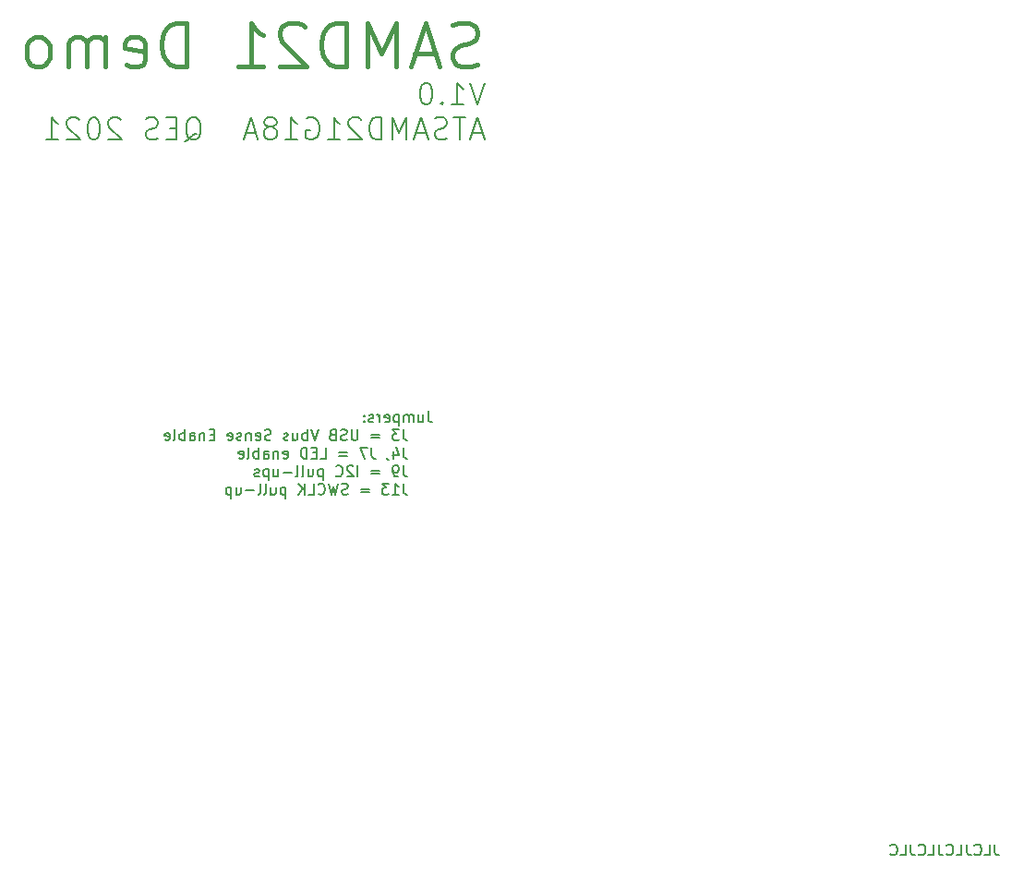
<source format=gbo>
G04 #@! TF.GenerationSoftware,KiCad,Pcbnew,(5.1.10)-1*
G04 #@! TF.CreationDate,2022-01-02T12:56:15-07:00*
G04 #@! TF.ProjectId,SAMD21,53414d44-3231-42e6-9b69-6361645f7063,rev?*
G04 #@! TF.SameCoordinates,Original*
G04 #@! TF.FileFunction,Legend,Bot*
G04 #@! TF.FilePolarity,Positive*
%FSLAX46Y46*%
G04 Gerber Fmt 4.6, Leading zero omitted, Abs format (unit mm)*
G04 Created by KiCad (PCBNEW (5.1.10)-1) date 2022-01-02 12:56:15*
%MOMM*%
%LPD*%
G01*
G04 APERTURE LIST*
%ADD10C,0.160000*%
%ADD11C,0.180000*%
%ADD12C,0.400000*%
%ADD13O,1.550000X0.890000*%
%ADD14O,0.950000X1.250000*%
%ADD15R,4.400000X1.800000*%
%ADD16O,4.000000X1.800000*%
%ADD17O,1.800000X4.000000*%
%ADD18O,1.700000X1.700000*%
%ADD19R,1.700000X1.700000*%
%ADD20C,1.540000*%
%ADD21C,0.900000*%
G04 APERTURE END LIST*
D10*
X104672190Y-98032380D02*
X104672190Y-98746666D01*
X104719809Y-98889523D01*
X104815047Y-98984761D01*
X104957904Y-99032380D01*
X105053142Y-99032380D01*
X103767428Y-98365714D02*
X103767428Y-99032380D01*
X104196000Y-98365714D02*
X104196000Y-98889523D01*
X104148380Y-98984761D01*
X104053142Y-99032380D01*
X103910285Y-99032380D01*
X103815047Y-98984761D01*
X103767428Y-98937142D01*
X103291238Y-99032380D02*
X103291238Y-98365714D01*
X103291238Y-98460952D02*
X103243619Y-98413333D01*
X103148380Y-98365714D01*
X103005523Y-98365714D01*
X102910285Y-98413333D01*
X102862666Y-98508571D01*
X102862666Y-99032380D01*
X102862666Y-98508571D02*
X102815047Y-98413333D01*
X102719809Y-98365714D01*
X102576952Y-98365714D01*
X102481714Y-98413333D01*
X102434095Y-98508571D01*
X102434095Y-99032380D01*
X101957904Y-98365714D02*
X101957904Y-99365714D01*
X101957904Y-98413333D02*
X101862666Y-98365714D01*
X101672190Y-98365714D01*
X101576952Y-98413333D01*
X101529333Y-98460952D01*
X101481714Y-98556190D01*
X101481714Y-98841904D01*
X101529333Y-98937142D01*
X101576952Y-98984761D01*
X101672190Y-99032380D01*
X101862666Y-99032380D01*
X101957904Y-98984761D01*
X100672190Y-98984761D02*
X100767428Y-99032380D01*
X100957904Y-99032380D01*
X101053142Y-98984761D01*
X101100761Y-98889523D01*
X101100761Y-98508571D01*
X101053142Y-98413333D01*
X100957904Y-98365714D01*
X100767428Y-98365714D01*
X100672190Y-98413333D01*
X100624571Y-98508571D01*
X100624571Y-98603809D01*
X101100761Y-98699047D01*
X100196000Y-99032380D02*
X100196000Y-98365714D01*
X100196000Y-98556190D02*
X100148380Y-98460952D01*
X100100761Y-98413333D01*
X100005523Y-98365714D01*
X99910285Y-98365714D01*
X99624571Y-98984761D02*
X99529333Y-99032380D01*
X99338857Y-99032380D01*
X99243619Y-98984761D01*
X99196000Y-98889523D01*
X99196000Y-98841904D01*
X99243619Y-98746666D01*
X99338857Y-98699047D01*
X99481714Y-98699047D01*
X99576952Y-98651428D01*
X99624571Y-98556190D01*
X99624571Y-98508571D01*
X99576952Y-98413333D01*
X99481714Y-98365714D01*
X99338857Y-98365714D01*
X99243619Y-98413333D01*
X98767428Y-98937142D02*
X98719809Y-98984761D01*
X98767428Y-99032380D01*
X98815047Y-98984761D01*
X98767428Y-98937142D01*
X98767428Y-99032380D01*
X98767428Y-98413333D02*
X98719809Y-98460952D01*
X98767428Y-98508571D01*
X98815047Y-98460952D01*
X98767428Y-98413333D01*
X98767428Y-98508571D01*
X102386476Y-99692380D02*
X102386476Y-100406666D01*
X102434095Y-100549523D01*
X102529333Y-100644761D01*
X102672190Y-100692380D01*
X102767428Y-100692380D01*
X102005523Y-99692380D02*
X101386476Y-99692380D01*
X101719809Y-100073333D01*
X101576952Y-100073333D01*
X101481714Y-100120952D01*
X101434095Y-100168571D01*
X101386476Y-100263809D01*
X101386476Y-100501904D01*
X101434095Y-100597142D01*
X101481714Y-100644761D01*
X101576952Y-100692380D01*
X101862666Y-100692380D01*
X101957904Y-100644761D01*
X102005523Y-100597142D01*
X100196000Y-100168571D02*
X99434095Y-100168571D01*
X99434095Y-100454285D02*
X100196000Y-100454285D01*
X98196000Y-99692380D02*
X98196000Y-100501904D01*
X98148380Y-100597142D01*
X98100761Y-100644761D01*
X98005523Y-100692380D01*
X97815047Y-100692380D01*
X97719809Y-100644761D01*
X97672190Y-100597142D01*
X97624571Y-100501904D01*
X97624571Y-99692380D01*
X97196000Y-100644761D02*
X97053142Y-100692380D01*
X96815047Y-100692380D01*
X96719809Y-100644761D01*
X96672190Y-100597142D01*
X96624571Y-100501904D01*
X96624571Y-100406666D01*
X96672190Y-100311428D01*
X96719809Y-100263809D01*
X96815047Y-100216190D01*
X97005523Y-100168571D01*
X97100761Y-100120952D01*
X97148380Y-100073333D01*
X97196000Y-99978095D01*
X97196000Y-99882857D01*
X97148380Y-99787619D01*
X97100761Y-99740000D01*
X97005523Y-99692380D01*
X96767428Y-99692380D01*
X96624571Y-99740000D01*
X95862666Y-100168571D02*
X95719809Y-100216190D01*
X95672190Y-100263809D01*
X95624571Y-100359047D01*
X95624571Y-100501904D01*
X95672190Y-100597142D01*
X95719809Y-100644761D01*
X95815047Y-100692380D01*
X96196000Y-100692380D01*
X96196000Y-99692380D01*
X95862666Y-99692380D01*
X95767428Y-99740000D01*
X95719809Y-99787619D01*
X95672190Y-99882857D01*
X95672190Y-99978095D01*
X95719809Y-100073333D01*
X95767428Y-100120952D01*
X95862666Y-100168571D01*
X96196000Y-100168571D01*
X94576952Y-99692380D02*
X94243619Y-100692380D01*
X93910285Y-99692380D01*
X93576952Y-100692380D02*
X93576952Y-99692380D01*
X93576952Y-100073333D02*
X93481714Y-100025714D01*
X93291238Y-100025714D01*
X93196000Y-100073333D01*
X93148380Y-100120952D01*
X93100761Y-100216190D01*
X93100761Y-100501904D01*
X93148380Y-100597142D01*
X93196000Y-100644761D01*
X93291238Y-100692380D01*
X93481714Y-100692380D01*
X93576952Y-100644761D01*
X92243619Y-100025714D02*
X92243619Y-100692380D01*
X92672190Y-100025714D02*
X92672190Y-100549523D01*
X92624571Y-100644761D01*
X92529333Y-100692380D01*
X92386476Y-100692380D01*
X92291238Y-100644761D01*
X92243619Y-100597142D01*
X91815047Y-100644761D02*
X91719809Y-100692380D01*
X91529333Y-100692380D01*
X91434095Y-100644761D01*
X91386476Y-100549523D01*
X91386476Y-100501904D01*
X91434095Y-100406666D01*
X91529333Y-100359047D01*
X91672190Y-100359047D01*
X91767428Y-100311428D01*
X91815047Y-100216190D01*
X91815047Y-100168571D01*
X91767428Y-100073333D01*
X91672190Y-100025714D01*
X91529333Y-100025714D01*
X91434095Y-100073333D01*
X90243619Y-100644761D02*
X90100761Y-100692380D01*
X89862666Y-100692380D01*
X89767428Y-100644761D01*
X89719809Y-100597142D01*
X89672190Y-100501904D01*
X89672190Y-100406666D01*
X89719809Y-100311428D01*
X89767428Y-100263809D01*
X89862666Y-100216190D01*
X90053142Y-100168571D01*
X90148380Y-100120952D01*
X90196000Y-100073333D01*
X90243619Y-99978095D01*
X90243619Y-99882857D01*
X90196000Y-99787619D01*
X90148380Y-99740000D01*
X90053142Y-99692380D01*
X89815047Y-99692380D01*
X89672190Y-99740000D01*
X88862666Y-100644761D02*
X88957904Y-100692380D01*
X89148380Y-100692380D01*
X89243619Y-100644761D01*
X89291238Y-100549523D01*
X89291238Y-100168571D01*
X89243619Y-100073333D01*
X89148380Y-100025714D01*
X88957904Y-100025714D01*
X88862666Y-100073333D01*
X88815047Y-100168571D01*
X88815047Y-100263809D01*
X89291238Y-100359047D01*
X88386476Y-100025714D02*
X88386476Y-100692380D01*
X88386476Y-100120952D02*
X88338857Y-100073333D01*
X88243619Y-100025714D01*
X88100761Y-100025714D01*
X88005523Y-100073333D01*
X87957904Y-100168571D01*
X87957904Y-100692380D01*
X87529333Y-100644761D02*
X87434095Y-100692380D01*
X87243619Y-100692380D01*
X87148380Y-100644761D01*
X87100761Y-100549523D01*
X87100761Y-100501904D01*
X87148380Y-100406666D01*
X87243619Y-100359047D01*
X87386476Y-100359047D01*
X87481714Y-100311428D01*
X87529333Y-100216190D01*
X87529333Y-100168571D01*
X87481714Y-100073333D01*
X87386476Y-100025714D01*
X87243619Y-100025714D01*
X87148380Y-100073333D01*
X86291238Y-100644761D02*
X86386476Y-100692380D01*
X86576952Y-100692380D01*
X86672190Y-100644761D01*
X86719809Y-100549523D01*
X86719809Y-100168571D01*
X86672190Y-100073333D01*
X86576952Y-100025714D01*
X86386476Y-100025714D01*
X86291238Y-100073333D01*
X86243619Y-100168571D01*
X86243619Y-100263809D01*
X86719809Y-100359047D01*
X85053142Y-100168571D02*
X84719809Y-100168571D01*
X84576952Y-100692380D02*
X85053142Y-100692380D01*
X85053142Y-99692380D01*
X84576952Y-99692380D01*
X84148380Y-100025714D02*
X84148380Y-100692380D01*
X84148380Y-100120952D02*
X84100761Y-100073333D01*
X84005523Y-100025714D01*
X83862666Y-100025714D01*
X83767428Y-100073333D01*
X83719809Y-100168571D01*
X83719809Y-100692380D01*
X82815047Y-100692380D02*
X82815047Y-100168571D01*
X82862666Y-100073333D01*
X82957904Y-100025714D01*
X83148380Y-100025714D01*
X83243619Y-100073333D01*
X82815047Y-100644761D02*
X82910285Y-100692380D01*
X83148380Y-100692380D01*
X83243619Y-100644761D01*
X83291238Y-100549523D01*
X83291238Y-100454285D01*
X83243619Y-100359047D01*
X83148380Y-100311428D01*
X82910285Y-100311428D01*
X82815047Y-100263809D01*
X82338857Y-100692380D02*
X82338857Y-99692380D01*
X82338857Y-100073333D02*
X82243619Y-100025714D01*
X82053142Y-100025714D01*
X81957904Y-100073333D01*
X81910285Y-100120952D01*
X81862666Y-100216190D01*
X81862666Y-100501904D01*
X81910285Y-100597142D01*
X81957904Y-100644761D01*
X82053142Y-100692380D01*
X82243619Y-100692380D01*
X82338857Y-100644761D01*
X81291238Y-100692380D02*
X81386476Y-100644761D01*
X81434095Y-100549523D01*
X81434095Y-99692380D01*
X80529333Y-100644761D02*
X80624571Y-100692380D01*
X80815047Y-100692380D01*
X80910285Y-100644761D01*
X80957904Y-100549523D01*
X80957904Y-100168571D01*
X80910285Y-100073333D01*
X80815047Y-100025714D01*
X80624571Y-100025714D01*
X80529333Y-100073333D01*
X80481714Y-100168571D01*
X80481714Y-100263809D01*
X80957904Y-100359047D01*
X102386476Y-101352380D02*
X102386476Y-102066666D01*
X102434095Y-102209523D01*
X102529333Y-102304761D01*
X102672190Y-102352380D01*
X102767428Y-102352380D01*
X101481714Y-101685714D02*
X101481714Y-102352380D01*
X101719809Y-101304761D02*
X101957904Y-102019047D01*
X101338857Y-102019047D01*
X100910285Y-102304761D02*
X100910285Y-102352380D01*
X100957904Y-102447619D01*
X101005523Y-102495238D01*
X99434095Y-101352380D02*
X99434095Y-102066666D01*
X99481714Y-102209523D01*
X99576952Y-102304761D01*
X99719809Y-102352380D01*
X99815047Y-102352380D01*
X99053142Y-101352380D02*
X98386476Y-101352380D01*
X98815047Y-102352380D01*
X97243619Y-101828571D02*
X96481714Y-101828571D01*
X96481714Y-102114285D02*
X97243619Y-102114285D01*
X94767428Y-102352380D02*
X95243619Y-102352380D01*
X95243619Y-101352380D01*
X94434095Y-101828571D02*
X94100761Y-101828571D01*
X93957904Y-102352380D02*
X94434095Y-102352380D01*
X94434095Y-101352380D01*
X93957904Y-101352380D01*
X93529333Y-102352380D02*
X93529333Y-101352380D01*
X93291238Y-101352380D01*
X93148380Y-101400000D01*
X93053142Y-101495238D01*
X93005523Y-101590476D01*
X92957904Y-101780952D01*
X92957904Y-101923809D01*
X93005523Y-102114285D01*
X93053142Y-102209523D01*
X93148380Y-102304761D01*
X93291238Y-102352380D01*
X93529333Y-102352380D01*
X91386476Y-102304761D02*
X91481714Y-102352380D01*
X91672190Y-102352380D01*
X91767428Y-102304761D01*
X91815047Y-102209523D01*
X91815047Y-101828571D01*
X91767428Y-101733333D01*
X91672190Y-101685714D01*
X91481714Y-101685714D01*
X91386476Y-101733333D01*
X91338857Y-101828571D01*
X91338857Y-101923809D01*
X91815047Y-102019047D01*
X90910285Y-101685714D02*
X90910285Y-102352380D01*
X90910285Y-101780952D02*
X90862666Y-101733333D01*
X90767428Y-101685714D01*
X90624571Y-101685714D01*
X90529333Y-101733333D01*
X90481714Y-101828571D01*
X90481714Y-102352380D01*
X89576952Y-102352380D02*
X89576952Y-101828571D01*
X89624571Y-101733333D01*
X89719809Y-101685714D01*
X89910285Y-101685714D01*
X90005523Y-101733333D01*
X89576952Y-102304761D02*
X89672190Y-102352380D01*
X89910285Y-102352380D01*
X90005523Y-102304761D01*
X90053142Y-102209523D01*
X90053142Y-102114285D01*
X90005523Y-102019047D01*
X89910285Y-101971428D01*
X89672190Y-101971428D01*
X89576952Y-101923809D01*
X89100761Y-102352380D02*
X89100761Y-101352380D01*
X89100761Y-101733333D02*
X89005523Y-101685714D01*
X88815047Y-101685714D01*
X88719809Y-101733333D01*
X88672190Y-101780952D01*
X88624571Y-101876190D01*
X88624571Y-102161904D01*
X88672190Y-102257142D01*
X88719809Y-102304761D01*
X88815047Y-102352380D01*
X89005523Y-102352380D01*
X89100761Y-102304761D01*
X88053142Y-102352380D02*
X88148380Y-102304761D01*
X88196000Y-102209523D01*
X88196000Y-101352380D01*
X87291238Y-102304761D02*
X87386476Y-102352380D01*
X87576952Y-102352380D01*
X87672190Y-102304761D01*
X87719809Y-102209523D01*
X87719809Y-101828571D01*
X87672190Y-101733333D01*
X87576952Y-101685714D01*
X87386476Y-101685714D01*
X87291238Y-101733333D01*
X87243619Y-101828571D01*
X87243619Y-101923809D01*
X87719809Y-102019047D01*
X102386476Y-103012380D02*
X102386476Y-103726666D01*
X102434095Y-103869523D01*
X102529333Y-103964761D01*
X102672190Y-104012380D01*
X102767428Y-104012380D01*
X101862666Y-104012380D02*
X101672190Y-104012380D01*
X101576952Y-103964761D01*
X101529333Y-103917142D01*
X101434095Y-103774285D01*
X101386476Y-103583809D01*
X101386476Y-103202857D01*
X101434095Y-103107619D01*
X101481714Y-103060000D01*
X101576952Y-103012380D01*
X101767428Y-103012380D01*
X101862666Y-103060000D01*
X101910285Y-103107619D01*
X101957904Y-103202857D01*
X101957904Y-103440952D01*
X101910285Y-103536190D01*
X101862666Y-103583809D01*
X101767428Y-103631428D01*
X101576952Y-103631428D01*
X101481714Y-103583809D01*
X101434095Y-103536190D01*
X101386476Y-103440952D01*
X100196000Y-103488571D02*
X99434095Y-103488571D01*
X99434095Y-103774285D02*
X100196000Y-103774285D01*
X98196000Y-104012380D02*
X98196000Y-103012380D01*
X97767428Y-103107619D02*
X97719809Y-103060000D01*
X97624571Y-103012380D01*
X97386476Y-103012380D01*
X97291238Y-103060000D01*
X97243619Y-103107619D01*
X97196000Y-103202857D01*
X97196000Y-103298095D01*
X97243619Y-103440952D01*
X97815047Y-104012380D01*
X97196000Y-104012380D01*
X96196000Y-103917142D02*
X96243619Y-103964761D01*
X96386476Y-104012380D01*
X96481714Y-104012380D01*
X96624571Y-103964761D01*
X96719809Y-103869523D01*
X96767428Y-103774285D01*
X96815047Y-103583809D01*
X96815047Y-103440952D01*
X96767428Y-103250476D01*
X96719809Y-103155238D01*
X96624571Y-103060000D01*
X96481714Y-103012380D01*
X96386476Y-103012380D01*
X96243619Y-103060000D01*
X96196000Y-103107619D01*
X95005523Y-103345714D02*
X95005523Y-104345714D01*
X95005523Y-103393333D02*
X94910285Y-103345714D01*
X94719809Y-103345714D01*
X94624571Y-103393333D01*
X94576952Y-103440952D01*
X94529333Y-103536190D01*
X94529333Y-103821904D01*
X94576952Y-103917142D01*
X94624571Y-103964761D01*
X94719809Y-104012380D01*
X94910285Y-104012380D01*
X95005523Y-103964761D01*
X93672190Y-103345714D02*
X93672190Y-104012380D01*
X94100761Y-103345714D02*
X94100761Y-103869523D01*
X94053142Y-103964761D01*
X93957904Y-104012380D01*
X93815047Y-104012380D01*
X93719809Y-103964761D01*
X93672190Y-103917142D01*
X93053142Y-104012380D02*
X93148380Y-103964761D01*
X93196000Y-103869523D01*
X93196000Y-103012380D01*
X92529333Y-104012380D02*
X92624571Y-103964761D01*
X92672190Y-103869523D01*
X92672190Y-103012380D01*
X92148380Y-103631428D02*
X91386476Y-103631428D01*
X90481714Y-103345714D02*
X90481714Y-104012380D01*
X90910285Y-103345714D02*
X90910285Y-103869523D01*
X90862666Y-103964761D01*
X90767428Y-104012380D01*
X90624571Y-104012380D01*
X90529333Y-103964761D01*
X90481714Y-103917142D01*
X90005523Y-103345714D02*
X90005523Y-104345714D01*
X90005523Y-103393333D02*
X89910285Y-103345714D01*
X89719809Y-103345714D01*
X89624571Y-103393333D01*
X89576952Y-103440952D01*
X89529333Y-103536190D01*
X89529333Y-103821904D01*
X89576952Y-103917142D01*
X89624571Y-103964761D01*
X89719809Y-104012380D01*
X89910285Y-104012380D01*
X90005523Y-103964761D01*
X89148380Y-103964761D02*
X89053142Y-104012380D01*
X88862666Y-104012380D01*
X88767428Y-103964761D01*
X88719809Y-103869523D01*
X88719809Y-103821904D01*
X88767428Y-103726666D01*
X88862666Y-103679047D01*
X89005523Y-103679047D01*
X89100761Y-103631428D01*
X89148380Y-103536190D01*
X89148380Y-103488571D01*
X89100761Y-103393333D01*
X89005523Y-103345714D01*
X88862666Y-103345714D01*
X88767428Y-103393333D01*
X102386476Y-104672380D02*
X102386476Y-105386666D01*
X102434095Y-105529523D01*
X102529333Y-105624761D01*
X102672190Y-105672380D01*
X102767428Y-105672380D01*
X101386476Y-105672380D02*
X101957904Y-105672380D01*
X101672190Y-105672380D02*
X101672190Y-104672380D01*
X101767428Y-104815238D01*
X101862666Y-104910476D01*
X101957904Y-104958095D01*
X101053142Y-104672380D02*
X100434095Y-104672380D01*
X100767428Y-105053333D01*
X100624571Y-105053333D01*
X100529333Y-105100952D01*
X100481714Y-105148571D01*
X100434095Y-105243809D01*
X100434095Y-105481904D01*
X100481714Y-105577142D01*
X100529333Y-105624761D01*
X100624571Y-105672380D01*
X100910285Y-105672380D01*
X101005523Y-105624761D01*
X101053142Y-105577142D01*
X99243619Y-105148571D02*
X98481714Y-105148571D01*
X98481714Y-105434285D02*
X99243619Y-105434285D01*
X97291238Y-105624761D02*
X97148380Y-105672380D01*
X96910285Y-105672380D01*
X96815047Y-105624761D01*
X96767428Y-105577142D01*
X96719809Y-105481904D01*
X96719809Y-105386666D01*
X96767428Y-105291428D01*
X96815047Y-105243809D01*
X96910285Y-105196190D01*
X97100761Y-105148571D01*
X97196000Y-105100952D01*
X97243619Y-105053333D01*
X97291238Y-104958095D01*
X97291238Y-104862857D01*
X97243619Y-104767619D01*
X97196000Y-104720000D01*
X97100761Y-104672380D01*
X96862666Y-104672380D01*
X96719809Y-104720000D01*
X96386476Y-104672380D02*
X96148380Y-105672380D01*
X95957904Y-104958095D01*
X95767428Y-105672380D01*
X95529333Y-104672380D01*
X94576952Y-105577142D02*
X94624571Y-105624761D01*
X94767428Y-105672380D01*
X94862666Y-105672380D01*
X95005523Y-105624761D01*
X95100761Y-105529523D01*
X95148380Y-105434285D01*
X95196000Y-105243809D01*
X95196000Y-105100952D01*
X95148380Y-104910476D01*
X95100761Y-104815238D01*
X95005523Y-104720000D01*
X94862666Y-104672380D01*
X94767428Y-104672380D01*
X94624571Y-104720000D01*
X94576952Y-104767619D01*
X93672190Y-105672380D02*
X94148380Y-105672380D01*
X94148380Y-104672380D01*
X93338857Y-105672380D02*
X93338857Y-104672380D01*
X92767428Y-105672380D02*
X93196000Y-105100952D01*
X92767428Y-104672380D02*
X93338857Y-105243809D01*
X91576952Y-105005714D02*
X91576952Y-106005714D01*
X91576952Y-105053333D02*
X91481714Y-105005714D01*
X91291238Y-105005714D01*
X91196000Y-105053333D01*
X91148380Y-105100952D01*
X91100761Y-105196190D01*
X91100761Y-105481904D01*
X91148380Y-105577142D01*
X91196000Y-105624761D01*
X91291238Y-105672380D01*
X91481714Y-105672380D01*
X91576952Y-105624761D01*
X90243619Y-105005714D02*
X90243619Y-105672380D01*
X90672190Y-105005714D02*
X90672190Y-105529523D01*
X90624571Y-105624761D01*
X90529333Y-105672380D01*
X90386476Y-105672380D01*
X90291238Y-105624761D01*
X90243619Y-105577142D01*
X89624571Y-105672380D02*
X89719809Y-105624761D01*
X89767428Y-105529523D01*
X89767428Y-104672380D01*
X89100761Y-105672380D02*
X89196000Y-105624761D01*
X89243619Y-105529523D01*
X89243619Y-104672380D01*
X88719809Y-105291428D02*
X87957904Y-105291428D01*
X87053142Y-105005714D02*
X87053142Y-105672380D01*
X87481714Y-105005714D02*
X87481714Y-105529523D01*
X87434095Y-105624761D01*
X87338857Y-105672380D01*
X87196000Y-105672380D01*
X87100761Y-105624761D01*
X87053142Y-105577142D01*
X86576952Y-105005714D02*
X86576952Y-106005714D01*
X86576952Y-105053333D02*
X86481714Y-105005714D01*
X86291238Y-105005714D01*
X86196000Y-105053333D01*
X86148380Y-105100952D01*
X86100761Y-105196190D01*
X86100761Y-105481904D01*
X86148380Y-105577142D01*
X86196000Y-105624761D01*
X86291238Y-105672380D01*
X86481714Y-105672380D01*
X86576952Y-105624761D01*
X156619047Y-137752380D02*
X156619047Y-138466666D01*
X156666666Y-138609523D01*
X156761904Y-138704761D01*
X156904761Y-138752380D01*
X157000000Y-138752380D01*
X155666666Y-138752380D02*
X156142857Y-138752380D01*
X156142857Y-137752380D01*
X154761904Y-138657142D02*
X154809523Y-138704761D01*
X154952380Y-138752380D01*
X155047619Y-138752380D01*
X155190476Y-138704761D01*
X155285714Y-138609523D01*
X155333333Y-138514285D01*
X155380952Y-138323809D01*
X155380952Y-138180952D01*
X155333333Y-137990476D01*
X155285714Y-137895238D01*
X155190476Y-137800000D01*
X155047619Y-137752380D01*
X154952380Y-137752380D01*
X154809523Y-137800000D01*
X154761904Y-137847619D01*
X154047619Y-137752380D02*
X154047619Y-138466666D01*
X154095238Y-138609523D01*
X154190476Y-138704761D01*
X154333333Y-138752380D01*
X154428571Y-138752380D01*
X153095238Y-138752380D02*
X153571428Y-138752380D01*
X153571428Y-137752380D01*
X152190476Y-138657142D02*
X152238095Y-138704761D01*
X152380952Y-138752380D01*
X152476190Y-138752380D01*
X152619047Y-138704761D01*
X152714285Y-138609523D01*
X152761904Y-138514285D01*
X152809523Y-138323809D01*
X152809523Y-138180952D01*
X152761904Y-137990476D01*
X152714285Y-137895238D01*
X152619047Y-137800000D01*
X152476190Y-137752380D01*
X152380952Y-137752380D01*
X152238095Y-137800000D01*
X152190476Y-137847619D01*
X151476190Y-137752380D02*
X151476190Y-138466666D01*
X151523809Y-138609523D01*
X151619047Y-138704761D01*
X151761904Y-138752380D01*
X151857142Y-138752380D01*
X150523809Y-138752380D02*
X151000000Y-138752380D01*
X151000000Y-137752380D01*
X149619047Y-138657142D02*
X149666666Y-138704761D01*
X149809523Y-138752380D01*
X149904761Y-138752380D01*
X150047619Y-138704761D01*
X150142857Y-138609523D01*
X150190476Y-138514285D01*
X150238095Y-138323809D01*
X150238095Y-138180952D01*
X150190476Y-137990476D01*
X150142857Y-137895238D01*
X150047619Y-137800000D01*
X149904761Y-137752380D01*
X149809523Y-137752380D01*
X149666666Y-137800000D01*
X149619047Y-137847619D01*
X148904761Y-137752380D02*
X148904761Y-138466666D01*
X148952380Y-138609523D01*
X149047619Y-138704761D01*
X149190476Y-138752380D01*
X149285714Y-138752380D01*
X147952380Y-138752380D02*
X148428571Y-138752380D01*
X148428571Y-137752380D01*
X147047619Y-138657142D02*
X147095238Y-138704761D01*
X147238095Y-138752380D01*
X147333333Y-138752380D01*
X147476190Y-138704761D01*
X147571428Y-138609523D01*
X147619047Y-138514285D01*
X147666666Y-138323809D01*
X147666666Y-138180952D01*
X147619047Y-137990476D01*
X147571428Y-137895238D01*
X147476190Y-137800000D01*
X147333333Y-137752380D01*
X147238095Y-137752380D01*
X147095238Y-137800000D01*
X147047619Y-137847619D01*
X82366666Y-73295238D02*
X82557142Y-73200000D01*
X82747619Y-73009523D01*
X83033333Y-72723809D01*
X83223809Y-72628571D01*
X83414285Y-72628571D01*
X83319047Y-73104761D02*
X83509523Y-73009523D01*
X83700000Y-72819047D01*
X83795238Y-72438095D01*
X83795238Y-71771428D01*
X83700000Y-71390476D01*
X83509523Y-71200000D01*
X83319047Y-71104761D01*
X82938095Y-71104761D01*
X82747619Y-71200000D01*
X82557142Y-71390476D01*
X82461904Y-71771428D01*
X82461904Y-72438095D01*
X82557142Y-72819047D01*
X82747619Y-73009523D01*
X82938095Y-73104761D01*
X83319047Y-73104761D01*
X81604761Y-72057142D02*
X80938095Y-72057142D01*
X80652380Y-73104761D02*
X81604761Y-73104761D01*
X81604761Y-71104761D01*
X80652380Y-71104761D01*
X79890476Y-73009523D02*
X79604761Y-73104761D01*
X79128571Y-73104761D01*
X78938095Y-73009523D01*
X78842857Y-72914285D01*
X78747619Y-72723809D01*
X78747619Y-72533333D01*
X78842857Y-72342857D01*
X78938095Y-72247619D01*
X79128571Y-72152380D01*
X79509523Y-72057142D01*
X79700000Y-71961904D01*
X79795238Y-71866666D01*
X79890476Y-71676190D01*
X79890476Y-71485714D01*
X79795238Y-71295238D01*
X79700000Y-71200000D01*
X79509523Y-71104761D01*
X79033333Y-71104761D01*
X78747619Y-71200000D01*
X76461904Y-71295238D02*
X76366666Y-71200000D01*
X76176190Y-71104761D01*
X75700000Y-71104761D01*
X75509523Y-71200000D01*
X75414285Y-71295238D01*
X75319047Y-71485714D01*
X75319047Y-71676190D01*
X75414285Y-71961904D01*
X76557142Y-73104761D01*
X75319047Y-73104761D01*
X74080952Y-71104761D02*
X73890476Y-71104761D01*
X73700000Y-71200000D01*
X73604761Y-71295238D01*
X73509523Y-71485714D01*
X73414285Y-71866666D01*
X73414285Y-72342857D01*
X73509523Y-72723809D01*
X73604761Y-72914285D01*
X73700000Y-73009523D01*
X73890476Y-73104761D01*
X74080952Y-73104761D01*
X74271428Y-73009523D01*
X74366666Y-72914285D01*
X74461904Y-72723809D01*
X74557142Y-72342857D01*
X74557142Y-71866666D01*
X74461904Y-71485714D01*
X74366666Y-71295238D01*
X74271428Y-71200000D01*
X74080952Y-71104761D01*
X72652380Y-71295238D02*
X72557142Y-71200000D01*
X72366666Y-71104761D01*
X71890476Y-71104761D01*
X71700000Y-71200000D01*
X71604761Y-71295238D01*
X71509523Y-71485714D01*
X71509523Y-71676190D01*
X71604761Y-71961904D01*
X72747619Y-73104761D01*
X71509523Y-73104761D01*
X69604761Y-73104761D02*
X70747619Y-73104761D01*
X70176190Y-73104761D02*
X70176190Y-71104761D01*
X70366666Y-71390476D01*
X70557142Y-71580952D01*
X70747619Y-71676190D01*
D11*
X109821095Y-67914761D02*
X109154429Y-69914761D01*
X108487762Y-67914761D01*
X106773476Y-69914761D02*
X107916333Y-69914761D01*
X107344905Y-69914761D02*
X107344905Y-67914761D01*
X107535381Y-68200476D01*
X107725857Y-68390952D01*
X107916333Y-68486190D01*
X105916333Y-69724285D02*
X105821095Y-69819523D01*
X105916333Y-69914761D01*
X106011572Y-69819523D01*
X105916333Y-69724285D01*
X105916333Y-69914761D01*
X104583000Y-67914761D02*
X104392524Y-67914761D01*
X104202048Y-68010000D01*
X104106810Y-68105238D01*
X104011572Y-68295714D01*
X103916333Y-68676666D01*
X103916333Y-69152857D01*
X104011572Y-69533809D01*
X104106810Y-69724285D01*
X104202048Y-69819523D01*
X104392524Y-69914761D01*
X104583000Y-69914761D01*
X104773476Y-69819523D01*
X104868714Y-69724285D01*
X104963952Y-69533809D01*
X105059191Y-69152857D01*
X105059191Y-68676666D01*
X104963952Y-68295714D01*
X104868714Y-68105238D01*
X104773476Y-68010000D01*
X104583000Y-67914761D01*
X109630619Y-72523333D02*
X108678238Y-72523333D01*
X109821095Y-73094761D02*
X109154429Y-71094761D01*
X108487762Y-73094761D01*
X108106810Y-71094761D02*
X106963952Y-71094761D01*
X107535381Y-73094761D02*
X107535381Y-71094761D01*
X106392524Y-72999523D02*
X106106810Y-73094761D01*
X105630619Y-73094761D01*
X105440143Y-72999523D01*
X105344905Y-72904285D01*
X105249667Y-72713809D01*
X105249667Y-72523333D01*
X105344905Y-72332857D01*
X105440143Y-72237619D01*
X105630619Y-72142380D01*
X106011572Y-72047142D01*
X106202048Y-71951904D01*
X106297286Y-71856666D01*
X106392524Y-71666190D01*
X106392524Y-71475714D01*
X106297286Y-71285238D01*
X106202048Y-71190000D01*
X106011572Y-71094761D01*
X105535381Y-71094761D01*
X105249667Y-71190000D01*
X104487762Y-72523333D02*
X103535381Y-72523333D01*
X104678238Y-73094761D02*
X104011572Y-71094761D01*
X103344905Y-73094761D01*
X102678238Y-73094761D02*
X102678238Y-71094761D01*
X102011572Y-72523333D01*
X101344905Y-71094761D01*
X101344905Y-73094761D01*
X100392524Y-73094761D02*
X100392524Y-71094761D01*
X99916333Y-71094761D01*
X99630619Y-71190000D01*
X99440143Y-71380476D01*
X99344905Y-71570952D01*
X99249667Y-71951904D01*
X99249667Y-72237619D01*
X99344905Y-72618571D01*
X99440143Y-72809047D01*
X99630619Y-72999523D01*
X99916333Y-73094761D01*
X100392524Y-73094761D01*
X98487762Y-71285238D02*
X98392524Y-71190000D01*
X98202048Y-71094761D01*
X97725857Y-71094761D01*
X97535381Y-71190000D01*
X97440143Y-71285238D01*
X97344905Y-71475714D01*
X97344905Y-71666190D01*
X97440143Y-71951904D01*
X98583000Y-73094761D01*
X97344905Y-73094761D01*
X95440143Y-73094761D02*
X96583000Y-73094761D01*
X96011572Y-73094761D02*
X96011572Y-71094761D01*
X96202048Y-71380476D01*
X96392524Y-71570952D01*
X96583000Y-71666190D01*
X93535381Y-71190000D02*
X93725857Y-71094761D01*
X94011572Y-71094761D01*
X94297286Y-71190000D01*
X94487762Y-71380476D01*
X94583000Y-71570952D01*
X94678238Y-71951904D01*
X94678238Y-72237619D01*
X94583000Y-72618571D01*
X94487762Y-72809047D01*
X94297286Y-72999523D01*
X94011572Y-73094761D01*
X93821095Y-73094761D01*
X93535381Y-72999523D01*
X93440143Y-72904285D01*
X93440143Y-72237619D01*
X93821095Y-72237619D01*
X91535381Y-73094761D02*
X92678238Y-73094761D01*
X92106810Y-73094761D02*
X92106810Y-71094761D01*
X92297286Y-71380476D01*
X92487762Y-71570952D01*
X92678238Y-71666190D01*
X90392524Y-71951904D02*
X90583000Y-71856666D01*
X90678238Y-71761428D01*
X90773476Y-71570952D01*
X90773476Y-71475714D01*
X90678238Y-71285238D01*
X90583000Y-71190000D01*
X90392524Y-71094761D01*
X90011572Y-71094761D01*
X89821095Y-71190000D01*
X89725857Y-71285238D01*
X89630619Y-71475714D01*
X89630619Y-71570952D01*
X89725857Y-71761428D01*
X89821095Y-71856666D01*
X90011572Y-71951904D01*
X90392524Y-71951904D01*
X90583000Y-72047142D01*
X90678238Y-72142380D01*
X90773476Y-72332857D01*
X90773476Y-72713809D01*
X90678238Y-72904285D01*
X90583000Y-72999523D01*
X90392524Y-73094761D01*
X90011572Y-73094761D01*
X89821095Y-72999523D01*
X89725857Y-72904285D01*
X89630619Y-72713809D01*
X89630619Y-72332857D01*
X89725857Y-72142380D01*
X89821095Y-72047142D01*
X90011572Y-71951904D01*
X88868714Y-72523333D02*
X87916333Y-72523333D01*
X89059191Y-73094761D02*
X88392524Y-71094761D01*
X87725857Y-73094761D01*
D12*
X109166666Y-66219047D02*
X108595238Y-66409523D01*
X107642857Y-66409523D01*
X107261904Y-66219047D01*
X107071428Y-66028571D01*
X106880952Y-65647619D01*
X106880952Y-65266666D01*
X107071428Y-64885714D01*
X107261904Y-64695238D01*
X107642857Y-64504761D01*
X108404761Y-64314285D01*
X108785714Y-64123809D01*
X108976190Y-63933333D01*
X109166666Y-63552380D01*
X109166666Y-63171428D01*
X108976190Y-62790476D01*
X108785714Y-62600000D01*
X108404761Y-62409523D01*
X107452380Y-62409523D01*
X106880952Y-62600000D01*
X105357142Y-65266666D02*
X103452380Y-65266666D01*
X105738095Y-66409523D02*
X104404761Y-62409523D01*
X103071428Y-66409523D01*
X101738095Y-66409523D02*
X101738095Y-62409523D01*
X100404761Y-65266666D01*
X99071428Y-62409523D01*
X99071428Y-66409523D01*
X97166666Y-66409523D02*
X97166666Y-62409523D01*
X96214285Y-62409523D01*
X95642857Y-62600000D01*
X95261904Y-62980952D01*
X95071428Y-63361904D01*
X94880952Y-64123809D01*
X94880952Y-64695238D01*
X95071428Y-65457142D01*
X95261904Y-65838095D01*
X95642857Y-66219047D01*
X96214285Y-66409523D01*
X97166666Y-66409523D01*
X93357142Y-62790476D02*
X93166666Y-62600000D01*
X92785714Y-62409523D01*
X91833333Y-62409523D01*
X91452380Y-62600000D01*
X91261904Y-62790476D01*
X91071428Y-63171428D01*
X91071428Y-63552380D01*
X91261904Y-64123809D01*
X93547619Y-66409523D01*
X91071428Y-66409523D01*
X87261904Y-66409523D02*
X89547619Y-66409523D01*
X88404761Y-66409523D02*
X88404761Y-62409523D01*
X88785714Y-62980952D01*
X89166666Y-63361904D01*
X89547619Y-63552380D01*
X82500000Y-66409523D02*
X82500000Y-62409523D01*
X81547619Y-62409523D01*
X80976190Y-62600000D01*
X80595238Y-62980952D01*
X80404761Y-63361904D01*
X80214285Y-64123809D01*
X80214285Y-64695238D01*
X80404761Y-65457142D01*
X80595238Y-65838095D01*
X80976190Y-66219047D01*
X81547619Y-66409523D01*
X82500000Y-66409523D01*
X76976190Y-66219047D02*
X77357142Y-66409523D01*
X78119047Y-66409523D01*
X78500000Y-66219047D01*
X78690476Y-65838095D01*
X78690476Y-64314285D01*
X78500000Y-63933333D01*
X78119047Y-63742857D01*
X77357142Y-63742857D01*
X76976190Y-63933333D01*
X76785714Y-64314285D01*
X76785714Y-64695238D01*
X78690476Y-65076190D01*
X75071428Y-66409523D02*
X75071428Y-63742857D01*
X75071428Y-64123809D02*
X74880952Y-63933333D01*
X74500000Y-63742857D01*
X73928571Y-63742857D01*
X73547619Y-63933333D01*
X73357142Y-64314285D01*
X73357142Y-66409523D01*
X73357142Y-64314285D02*
X73166666Y-63933333D01*
X72785714Y-63742857D01*
X72214285Y-63742857D01*
X71833333Y-63933333D01*
X71642857Y-64314285D01*
X71642857Y-66409523D01*
X69166666Y-66409523D02*
X69547619Y-66219047D01*
X69738095Y-66028571D01*
X69928571Y-65647619D01*
X69928571Y-64504761D01*
X69738095Y-64123809D01*
X69547619Y-63933333D01*
X69166666Y-63742857D01*
X68595238Y-63742857D01*
X68214285Y-63933333D01*
X68023809Y-64123809D01*
X67833333Y-64504761D01*
X67833333Y-65647619D01*
X68023809Y-66028571D01*
X68214285Y-66219047D01*
X68595238Y-66409523D01*
X69166666Y-66409523D01*
%LPC*%
D13*
X162550000Y-52450000D03*
X162550000Y-59450000D03*
D14*
X159850000Y-53450000D03*
X159850000Y-58450000D03*
D15*
X73050000Y-124450000D03*
D16*
X73050000Y-130250000D03*
D17*
X77850000Y-127450000D03*
D18*
X88160000Y-125820000D03*
X90700000Y-125820000D03*
X88160000Y-128360000D03*
X90700000Y-128360000D03*
X88160000Y-130900000D03*
D19*
X90700000Y-130900000D03*
D18*
X141200000Y-79120000D03*
X143740000Y-79120000D03*
X141200000Y-81660000D03*
X143740000Y-81660000D03*
X141200000Y-84200000D03*
X143740000Y-84200000D03*
X141200000Y-86740000D03*
X143740000Y-86740000D03*
X141200000Y-89280000D03*
X143740000Y-89280000D03*
X141200000Y-91820000D03*
D19*
X143740000Y-91820000D03*
D20*
X137700000Y-128400000D03*
X131200000Y-128400000D03*
X137700000Y-123900000D03*
X131200000Y-123900000D03*
X152800000Y-128400000D03*
X146300000Y-128400000D03*
X152800000Y-123900000D03*
X146300000Y-123900000D03*
D18*
X160600000Y-114380000D03*
X160600000Y-111840000D03*
X160600000Y-109300000D03*
X160600000Y-106760000D03*
X160600000Y-104220000D03*
X160600000Y-101680000D03*
X160600000Y-99140000D03*
D19*
X160600000Y-96600000D03*
D18*
X111240000Y-60600000D03*
X111240000Y-58060000D03*
X113780000Y-60600000D03*
X113780000Y-58060000D03*
X116320000Y-60600000D03*
X116320000Y-58060000D03*
X118860000Y-60600000D03*
X118860000Y-58060000D03*
X121400000Y-60600000D03*
D19*
X121400000Y-58060000D03*
D18*
X150900000Y-114400000D03*
D19*
X150900000Y-111860000D03*
D18*
X121640000Y-111100000D03*
X121640000Y-113640000D03*
X119100000Y-111100000D03*
X119100000Y-113640000D03*
X116560000Y-111100000D03*
X116560000Y-113640000D03*
X114020000Y-111100000D03*
X114020000Y-113640000D03*
X111480000Y-111100000D03*
X111480000Y-113640000D03*
X108940000Y-111100000D03*
D19*
X108940000Y-113640000D03*
D18*
X89940000Y-94000000D03*
X87400000Y-94000000D03*
X89940000Y-91460000D03*
X87400000Y-91460000D03*
X89940000Y-88920000D03*
X87400000Y-88920000D03*
X89940000Y-86380000D03*
X87400000Y-86380000D03*
X89940000Y-83840000D03*
X87400000Y-83840000D03*
X89940000Y-81300000D03*
D19*
X87400000Y-81300000D03*
D18*
X114540000Y-134160000D03*
X114540000Y-136700000D03*
X112000000Y-134160000D03*
D19*
X112000000Y-136700000D03*
D18*
X114440000Y-126340000D03*
X111900000Y-126340000D03*
X114440000Y-123800000D03*
D19*
X111900000Y-123800000D03*
D18*
X144760000Y-59200000D03*
D19*
X147300000Y-59200000D03*
D21*
X70400000Y-53200000D03*
X70400000Y-48800000D03*
D18*
X134360000Y-59200000D03*
D19*
X136900000Y-59200000D03*
D18*
X156740000Y-69000000D03*
D19*
X154200000Y-69000000D03*
M02*

</source>
